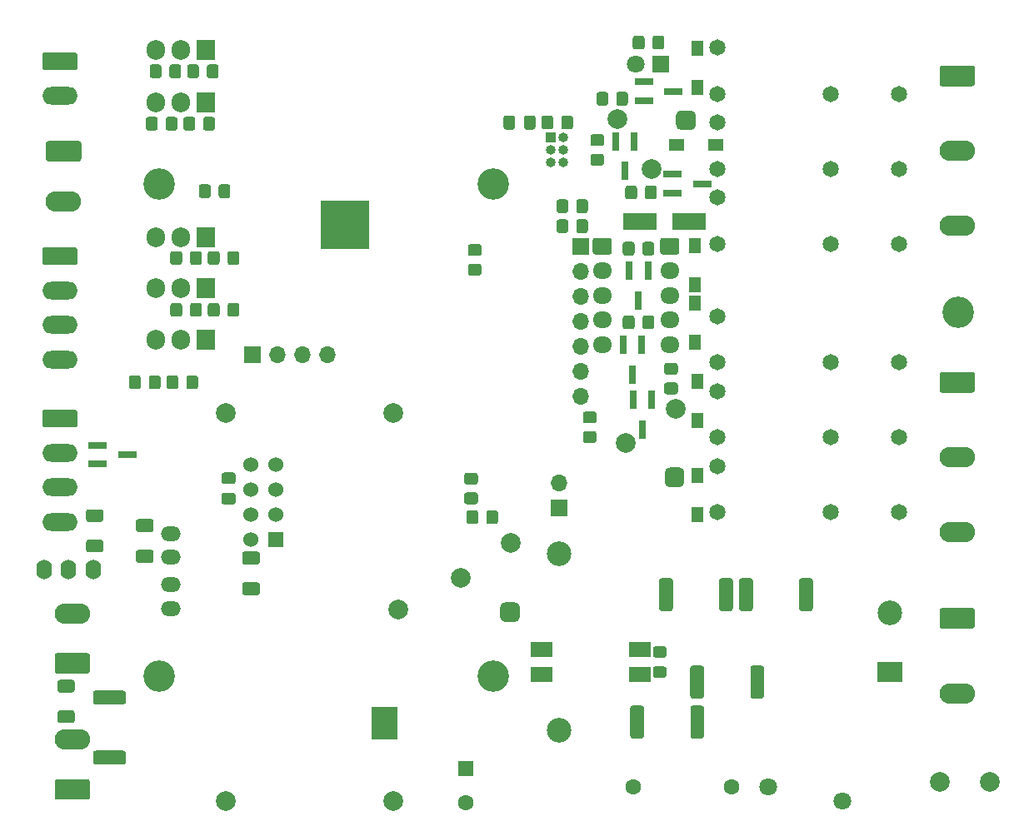
<source format=gbs>
G04 #@! TF.GenerationSoftware,KiCad,Pcbnew,(5.1.8)-1*
G04 #@! TF.CreationDate,2021-07-21T13:46:02+02:00*
G04 #@! TF.ProjectId,sensactOutdoor,73656e73-6163-4744-9f75-74646f6f722e,rev?*
G04 #@! TF.SameCoordinates,Original*
G04 #@! TF.FileFunction,Soldermask,Bot*
G04 #@! TF.FilePolarity,Negative*
%FSLAX46Y46*%
G04 Gerber Fmt 4.6, Leading zero omitted, Abs format (unit mm)*
G04 Created by KiCad (PCBNEW (5.1.8)-1) date 2021-07-21 13:46:02*
%MOMM*%
%LPD*%
G01*
G04 APERTURE LIST*
%ADD10C,1.600000*%
%ADD11R,1.600000X1.600000*%
%ADD12O,1.700000X1.700000*%
%ADD13R,1.700000X1.700000*%
%ADD14R,1.200000X1.600000*%
%ADD15R,1.600000X1.200000*%
%ADD16R,5.000000X5.000000*%
%ADD17O,3.600000X2.080000*%
%ADD18O,3.600000X1.800000*%
%ADD19O,1.000000X1.000000*%
%ADD20R,1.000000X1.000000*%
%ADD21C,2.500000*%
%ADD22R,2.500000X2.000000*%
%ADD23R,2.300000X1.500000*%
%ADD24O,1.905000X2.000000*%
%ADD25R,1.905000X2.000000*%
%ADD26O,2.000000X1.500000*%
%ADD27C,2.000000*%
%ADD28C,1.524000*%
%ADD29R,1.524000X1.524000*%
%ADD30C,1.650000*%
%ADD31R,1.900000X0.800000*%
%ADD32R,0.800000X1.900000*%
%ADD33O,1.950000X1.700000*%
%ADD34C,1.800000*%
%ADD35O,1.600000X2.000000*%
%ADD36R,3.500000X1.800000*%
%ADD37C,3.200000*%
%ADD38O,3.600000X2.100000*%
%ADD39C,0.100000*%
%ADD40R,1.800000X1.800000*%
G04 APERTURE END LIST*
D10*
X69723000Y-99893000D03*
D11*
X69723000Y-96393000D03*
D12*
X79184500Y-67373500D03*
D13*
X79184500Y-69913500D03*
G36*
G01*
X90100999Y-57169000D02*
X91001001Y-57169000D01*
G75*
G02*
X91251000Y-57418999I0J-249999D01*
G01*
X91251000Y-58119001D01*
G75*
G02*
X91001001Y-58369000I-249999J0D01*
G01*
X90100999Y-58369000D01*
G75*
G02*
X89851000Y-58119001I0J249999D01*
G01*
X89851000Y-57418999D01*
G75*
G02*
X90100999Y-57169000I249999J0D01*
G01*
G37*
G36*
G01*
X90100999Y-55169000D02*
X91001001Y-55169000D01*
G75*
G02*
X91251000Y-55418999I0J-249999D01*
G01*
X91251000Y-56119001D01*
G75*
G02*
X91001001Y-56369000I-249999J0D01*
G01*
X90100999Y-56369000D01*
G75*
G02*
X89851000Y-56119001I0J249999D01*
G01*
X89851000Y-55418999D01*
G75*
G02*
X90100999Y-55169000I249999J0D01*
G01*
G37*
D14*
X93218000Y-66580000D03*
X93218000Y-70580000D03*
X93218000Y-57055000D03*
X93218000Y-61055000D03*
X92964000Y-49054000D03*
X92964000Y-53054000D03*
X92964000Y-47212000D03*
X92964000Y-43212000D03*
D15*
X91091000Y-33020000D03*
X95091000Y-33020000D03*
D14*
X93218000Y-23146000D03*
X93218000Y-27146000D03*
D16*
X57404000Y-41148000D03*
D12*
X81407000Y-58547000D03*
X81407000Y-56007000D03*
X81407000Y-53467000D03*
X81407000Y-50927000D03*
X81407000Y-48387000D03*
X81407000Y-45847000D03*
D13*
X81407000Y-43307000D03*
G36*
G01*
X31374999Y-73150000D02*
X32625001Y-73150000D01*
G75*
G02*
X32875000Y-73399999I0J-249999D01*
G01*
X32875000Y-74200001D01*
G75*
G02*
X32625001Y-74450000I-249999J0D01*
G01*
X31374999Y-74450000D01*
G75*
G02*
X31125000Y-74200001I0J249999D01*
G01*
X31125000Y-73399999D01*
G75*
G02*
X31374999Y-73150000I249999J0D01*
G01*
G37*
G36*
G01*
X31374999Y-70050000D02*
X32625001Y-70050000D01*
G75*
G02*
X32875000Y-70299999I0J-249999D01*
G01*
X32875000Y-71100001D01*
G75*
G02*
X32625001Y-71350000I-249999J0D01*
G01*
X31374999Y-71350000D01*
G75*
G02*
X31125000Y-71100001I0J249999D01*
G01*
X31125000Y-70299999D01*
G75*
G02*
X31374999Y-70050000I249999J0D01*
G01*
G37*
D17*
X29718000Y-93472000D03*
G36*
G01*
X31268001Y-99592000D02*
X28167999Y-99592000D01*
G75*
G02*
X27918000Y-99342001I0J249999D01*
G01*
X27918000Y-97761999D01*
G75*
G02*
X28167999Y-97512000I249999J0D01*
G01*
X31268001Y-97512000D01*
G75*
G02*
X31518000Y-97761999I0J-249999D01*
G01*
X31518000Y-99342001D01*
G75*
G02*
X31268001Y-99592000I-249999J0D01*
G01*
G37*
X29718000Y-80645000D03*
G36*
G01*
X31268001Y-86765000D02*
X28167999Y-86765000D01*
G75*
G02*
X27918000Y-86515001I0J249999D01*
G01*
X27918000Y-84934999D01*
G75*
G02*
X28167999Y-84685000I249999J0D01*
G01*
X31268001Y-84685000D01*
G75*
G02*
X31518000Y-84934999I0J-249999D01*
G01*
X31518000Y-86515001D01*
G75*
G02*
X31268001Y-86765000I-249999J0D01*
G01*
G37*
X28829000Y-38735000D03*
G36*
G01*
X27278999Y-32615000D02*
X30379001Y-32615000D01*
G75*
G02*
X30629000Y-32864999I0J-249999D01*
G01*
X30629000Y-34445001D01*
G75*
G02*
X30379001Y-34695000I-249999J0D01*
G01*
X27278999Y-34695000D01*
G75*
G02*
X27029000Y-34445001I0J249999D01*
G01*
X27029000Y-32864999D01*
G75*
G02*
X27278999Y-32615000I249999J0D01*
G01*
G37*
D18*
X28448000Y-28011000D03*
G36*
G01*
X26898000Y-23611000D02*
X29998000Y-23611000D01*
G75*
G02*
X30248000Y-23861000I0J-250000D01*
G01*
X30248000Y-25161000D01*
G75*
G02*
X29998000Y-25411000I-250000J0D01*
G01*
X26898000Y-25411000D01*
G75*
G02*
X26648000Y-25161000I0J250000D01*
G01*
X26648000Y-23861000D01*
G75*
G02*
X26898000Y-23611000I250000J0D01*
G01*
G37*
D19*
X79629000Y-34798000D03*
X78359000Y-34798000D03*
X79629000Y-33528000D03*
X78359000Y-33528000D03*
X79629000Y-32258000D03*
D20*
X78359000Y-32258000D03*
D21*
X79212000Y-74566000D03*
X79212000Y-92566000D03*
X112812000Y-80566000D03*
D22*
X112812000Y-86566000D03*
D23*
X77423000Y-84328000D03*
X77423000Y-86868000D03*
X87423000Y-86868000D03*
X87423000Y-84328000D03*
G36*
G01*
X88957999Y-86039000D02*
X89858001Y-86039000D01*
G75*
G02*
X90108000Y-86288999I0J-249999D01*
G01*
X90108000Y-86939001D01*
G75*
G02*
X89858001Y-87189000I-249999J0D01*
G01*
X88957999Y-87189000D01*
G75*
G02*
X88708000Y-86939001I0J249999D01*
G01*
X88708000Y-86288999D01*
G75*
G02*
X88957999Y-86039000I249999J0D01*
G01*
G37*
G36*
G01*
X88957999Y-83989000D02*
X89858001Y-83989000D01*
G75*
G02*
X90108000Y-84238999I0J-249999D01*
G01*
X90108000Y-84889001D01*
G75*
G02*
X89858001Y-85139000I-249999J0D01*
G01*
X88957999Y-85139000D01*
G75*
G02*
X88708000Y-84889001I0J249999D01*
G01*
X88708000Y-84238999D01*
G75*
G02*
X88957999Y-83989000I249999J0D01*
G01*
G37*
G36*
G01*
X29708001Y-88698500D02*
X28457999Y-88698500D01*
G75*
G02*
X28208000Y-88448501I0J249999D01*
G01*
X28208000Y-87648499D01*
G75*
G02*
X28457999Y-87398500I249999J0D01*
G01*
X29708001Y-87398500D01*
G75*
G02*
X29958000Y-87648499I0J-249999D01*
G01*
X29958000Y-88448501D01*
G75*
G02*
X29708001Y-88698500I-249999J0D01*
G01*
G37*
G36*
G01*
X29708001Y-91798500D02*
X28457999Y-91798500D01*
G75*
G02*
X28208000Y-91548501I0J249999D01*
G01*
X28208000Y-90748499D01*
G75*
G02*
X28457999Y-90498500I249999J0D01*
G01*
X29708001Y-90498500D01*
G75*
G02*
X29958000Y-90748499I0J-249999D01*
G01*
X29958000Y-91548501D01*
G75*
G02*
X29708001Y-91798500I-249999J0D01*
G01*
G37*
G36*
G01*
X34925001Y-89900000D02*
X32074999Y-89900000D01*
G75*
G02*
X31825000Y-89650001I0J249999D01*
G01*
X31825000Y-88749999D01*
G75*
G02*
X32074999Y-88500000I249999J0D01*
G01*
X34925001Y-88500000D01*
G75*
G02*
X35175000Y-88749999I0J-249999D01*
G01*
X35175000Y-89650001D01*
G75*
G02*
X34925001Y-89900000I-249999J0D01*
G01*
G37*
G36*
G01*
X34925001Y-96000000D02*
X32074999Y-96000000D01*
G75*
G02*
X31825000Y-95750001I0J249999D01*
G01*
X31825000Y-94849999D01*
G75*
G02*
X32074999Y-94600000I249999J0D01*
G01*
X34925001Y-94600000D01*
G75*
G02*
X35175000Y-94849999I0J-249999D01*
G01*
X35175000Y-95750001D01*
G75*
G02*
X34925001Y-96000000I-249999J0D01*
G01*
G37*
D24*
X38163500Y-28702000D03*
X40703500Y-28702000D03*
D25*
X43243500Y-28702000D03*
D26*
X39751000Y-72517000D03*
X39751000Y-74957000D03*
X39751000Y-77697000D03*
X39751000Y-80137000D03*
G36*
G01*
X71062001Y-44304000D02*
X70161999Y-44304000D01*
G75*
G02*
X69912000Y-44054001I0J249999D01*
G01*
X69912000Y-43353999D01*
G75*
G02*
X70161999Y-43104000I249999J0D01*
G01*
X71062001Y-43104000D01*
G75*
G02*
X71312000Y-43353999I0J-249999D01*
G01*
X71312000Y-44054001D01*
G75*
G02*
X71062001Y-44304000I-249999J0D01*
G01*
G37*
G36*
G01*
X71062001Y-46304000D02*
X70161999Y-46304000D01*
G75*
G02*
X69912000Y-46054001I0J249999D01*
G01*
X69912000Y-45353999D01*
G75*
G02*
X70161999Y-45104000I249999J0D01*
G01*
X71062001Y-45104000D01*
G75*
G02*
X71312000Y-45353999I0J-249999D01*
G01*
X71312000Y-46054001D01*
G75*
G02*
X71062001Y-46304000I-249999J0D01*
G01*
G37*
D27*
X62348000Y-99760000D03*
X45348000Y-99760000D03*
X45348000Y-60260000D03*
X62348000Y-60260000D03*
D28*
X47879000Y-65532000D03*
X50419000Y-65532000D03*
X47879000Y-68072000D03*
X50419000Y-68072000D03*
X47879000Y-70612000D03*
X50419000Y-70612000D03*
X47879000Y-73152000D03*
D29*
X50419000Y-73152000D03*
D30*
X113750000Y-62739000D03*
X106750000Y-62739000D03*
X95250000Y-58039000D03*
X95250000Y-62739000D03*
G36*
G01*
X47228997Y-77481000D02*
X48529003Y-77481000D01*
G75*
G02*
X48779000Y-77730997I0J-249997D01*
G01*
X48779000Y-78556003D01*
G75*
G02*
X48529003Y-78806000I-249997J0D01*
G01*
X47228997Y-78806000D01*
G75*
G02*
X46979000Y-78556003I0J249997D01*
G01*
X46979000Y-77730997D01*
G75*
G02*
X47228997Y-77481000I249997J0D01*
G01*
G37*
G36*
G01*
X47228997Y-74356000D02*
X48529003Y-74356000D01*
G75*
G02*
X48779000Y-74605997I0J-249997D01*
G01*
X48779000Y-75431003D01*
G75*
G02*
X48529003Y-75681000I-249997J0D01*
G01*
X47228997Y-75681000D01*
G75*
G02*
X46979000Y-75431003I0J249997D01*
G01*
X46979000Y-74605997D01*
G75*
G02*
X47228997Y-74356000I249997J0D01*
G01*
G37*
D18*
X28448000Y-71333000D03*
X28448000Y-67833000D03*
X28448000Y-64333000D03*
G36*
G01*
X26898000Y-59933000D02*
X29998000Y-59933000D01*
G75*
G02*
X30248000Y-60183000I0J-250000D01*
G01*
X30248000Y-61483000D01*
G75*
G02*
X29998000Y-61733000I-250000J0D01*
G01*
X26898000Y-61733000D01*
G75*
G02*
X26648000Y-61483000I0J250000D01*
G01*
X26648000Y-60183000D01*
G75*
G02*
X26898000Y-59933000I250000J0D01*
G01*
G37*
D27*
X91015500Y-59809500D03*
X85915500Y-63309500D03*
G36*
G01*
X90415500Y-65809500D02*
X91415500Y-65809500D01*
G75*
G02*
X91915500Y-66309500I0J-500000D01*
G01*
X91915500Y-67309500D01*
G75*
G02*
X91415500Y-67809500I-500000J0D01*
G01*
X90415500Y-67809500D01*
G75*
G02*
X89915500Y-67309500I0J500000D01*
G01*
X89915500Y-66309500D01*
G75*
G02*
X90415500Y-65809500I500000J0D01*
G01*
G37*
D31*
X35306000Y-64516000D03*
X32306000Y-63566000D03*
X32306000Y-65466000D03*
G36*
G01*
X36433997Y-74179000D02*
X37734003Y-74179000D01*
G75*
G02*
X37984000Y-74428997I0J-249997D01*
G01*
X37984000Y-75254003D01*
G75*
G02*
X37734003Y-75504000I-249997J0D01*
G01*
X36433997Y-75504000D01*
G75*
G02*
X36184000Y-75254003I0J249997D01*
G01*
X36184000Y-74428997D01*
G75*
G02*
X36433997Y-74179000I249997J0D01*
G01*
G37*
G36*
G01*
X36433997Y-71054000D02*
X37734003Y-71054000D01*
G75*
G02*
X37984000Y-71303997I0J-249997D01*
G01*
X37984000Y-72129003D01*
G75*
G02*
X37734003Y-72379000I-249997J0D01*
G01*
X36433997Y-72379000D01*
G75*
G02*
X36184000Y-72129003I0J249997D01*
G01*
X36184000Y-71303997D01*
G75*
G02*
X36433997Y-71054000I249997J0D01*
G01*
G37*
D32*
X87630000Y-61952000D03*
X88580000Y-58952000D03*
X86680000Y-58952000D03*
D33*
X83566000Y-53307000D03*
X83566000Y-50807000D03*
X83566000Y-48307000D03*
X83566000Y-45807000D03*
G36*
G01*
X82841000Y-42457000D02*
X84291000Y-42457000D01*
G75*
G02*
X84541000Y-42707000I0J-250000D01*
G01*
X84541000Y-43907000D01*
G75*
G02*
X84291000Y-44157000I-250000J0D01*
G01*
X82841000Y-44157000D01*
G75*
G02*
X82591000Y-43907000I0J250000D01*
G01*
X82591000Y-42707000D01*
G75*
G02*
X82841000Y-42457000I250000J0D01*
G01*
G37*
G36*
G01*
X43780000Y-37268999D02*
X43780000Y-38169001D01*
G75*
G02*
X43530001Y-38419000I-249999J0D01*
G01*
X42829999Y-38419000D01*
G75*
G02*
X42580000Y-38169001I0J249999D01*
G01*
X42580000Y-37268999D01*
G75*
G02*
X42829999Y-37019000I249999J0D01*
G01*
X43530001Y-37019000D01*
G75*
G02*
X43780000Y-37268999I0J-249999D01*
G01*
G37*
G36*
G01*
X45780000Y-37268999D02*
X45780000Y-38169001D01*
G75*
G02*
X45530001Y-38419000I-249999J0D01*
G01*
X44829999Y-38419000D01*
G75*
G02*
X44580000Y-38169001I0J249999D01*
G01*
X44580000Y-37268999D01*
G75*
G02*
X44829999Y-37019000I249999J0D01*
G01*
X45530001Y-37019000D01*
G75*
G02*
X45780000Y-37268999I0J-249999D01*
G01*
G37*
D30*
X113750000Y-43053000D03*
X106750000Y-43053000D03*
X95250000Y-38353000D03*
X95250000Y-43053000D03*
D34*
X107957000Y-99698000D03*
X100457000Y-98298000D03*
D35*
X29337000Y-76200000D03*
X26837000Y-76200000D03*
X31837000Y-76200000D03*
D30*
X113750000Y-70358000D03*
X106750000Y-70358000D03*
X95250000Y-65658000D03*
X95250000Y-70358000D03*
D31*
X90781000Y-27559000D03*
X87781000Y-26609000D03*
X87781000Y-28509000D03*
D27*
X85075000Y-30400000D03*
X88575000Y-35500000D03*
G36*
G01*
X91075000Y-31000000D02*
X91075000Y-30000000D01*
G75*
G02*
X91575000Y-29500000I500000J0D01*
G01*
X92575000Y-29500000D01*
G75*
G02*
X93075000Y-30000000I0J-500000D01*
G01*
X93075000Y-31000000D01*
G75*
G02*
X92575000Y-31500000I-500000J0D01*
G01*
X91575000Y-31500000D01*
G75*
G02*
X91075000Y-31000000I0J500000D01*
G01*
G37*
X74295000Y-73518000D03*
X69195000Y-77018000D03*
G36*
G01*
X73695000Y-79518000D02*
X74695000Y-79518000D01*
G75*
G02*
X75195000Y-80018000I0J-500000D01*
G01*
X75195000Y-81018000D01*
G75*
G02*
X74695000Y-81518000I-500000J0D01*
G01*
X73695000Y-81518000D01*
G75*
G02*
X73195000Y-81018000I0J500000D01*
G01*
X73195000Y-80018000D01*
G75*
G02*
X73695000Y-79518000I500000J0D01*
G01*
G37*
D30*
X113750000Y-55118000D03*
X106750000Y-55118000D03*
X95250000Y-50418000D03*
X95250000Y-55118000D03*
X113750000Y-35433000D03*
X106750000Y-35433000D03*
X95250000Y-30733000D03*
X95250000Y-35433000D03*
X113750000Y-27813000D03*
X106750000Y-27813000D03*
X95250000Y-23113000D03*
X95250000Y-27813000D03*
G36*
G01*
X92520000Y-93119001D02*
X92520000Y-90268999D01*
G75*
G02*
X92769999Y-90019000I249999J0D01*
G01*
X93670001Y-90019000D01*
G75*
G02*
X93920000Y-90268999I0J-249999D01*
G01*
X93920000Y-93119001D01*
G75*
G02*
X93670001Y-93369000I-249999J0D01*
G01*
X92769999Y-93369000D01*
G75*
G02*
X92520000Y-93119001I0J249999D01*
G01*
G37*
G36*
G01*
X86420000Y-93119001D02*
X86420000Y-90268999D01*
G75*
G02*
X86669999Y-90019000I249999J0D01*
G01*
X87570001Y-90019000D01*
G75*
G02*
X87820000Y-90268999I0J-249999D01*
G01*
X87820000Y-93119001D01*
G75*
G02*
X87570001Y-93369000I-249999J0D01*
G01*
X86669999Y-93369000D01*
G75*
G02*
X86420000Y-93119001I0J249999D01*
G01*
G37*
G36*
G01*
X70974000Y-70415999D02*
X70974000Y-71316001D01*
G75*
G02*
X70724001Y-71566000I-249999J0D01*
G01*
X70023999Y-71566000D01*
G75*
G02*
X69774000Y-71316001I0J249999D01*
G01*
X69774000Y-70415999D01*
G75*
G02*
X70023999Y-70166000I249999J0D01*
G01*
X70724001Y-70166000D01*
G75*
G02*
X70974000Y-70415999I0J-249999D01*
G01*
G37*
G36*
G01*
X72974000Y-70415999D02*
X72974000Y-71316001D01*
G75*
G02*
X72724001Y-71566000I-249999J0D01*
G01*
X72023999Y-71566000D01*
G75*
G02*
X71774000Y-71316001I0J249999D01*
G01*
X71774000Y-70415999D01*
G75*
G02*
X72023999Y-70166000I249999J0D01*
G01*
X72724001Y-70166000D01*
G75*
G02*
X72974000Y-70415999I0J-249999D01*
G01*
G37*
G36*
G01*
X98616000Y-89055001D02*
X98616000Y-86204999D01*
G75*
G02*
X98865999Y-85955000I249999J0D01*
G01*
X99766001Y-85955000D01*
G75*
G02*
X100016000Y-86204999I0J-249999D01*
G01*
X100016000Y-89055001D01*
G75*
G02*
X99766001Y-89305000I-249999J0D01*
G01*
X98865999Y-89305000D01*
G75*
G02*
X98616000Y-89055001I0J249999D01*
G01*
G37*
G36*
G01*
X92516000Y-89055001D02*
X92516000Y-86204999D01*
G75*
G02*
X92765999Y-85955000I249999J0D01*
G01*
X93666001Y-85955000D01*
G75*
G02*
X93916000Y-86204999I0J-249999D01*
G01*
X93916000Y-89055001D01*
G75*
G02*
X93666001Y-89305000I-249999J0D01*
G01*
X92765999Y-89305000D01*
G75*
G02*
X92516000Y-89055001I0J249999D01*
G01*
G37*
G36*
G01*
X103569000Y-80165001D02*
X103569000Y-77314999D01*
G75*
G02*
X103818999Y-77065000I249999J0D01*
G01*
X104719001Y-77065000D01*
G75*
G02*
X104969000Y-77314999I0J-249999D01*
G01*
X104969000Y-80165001D01*
G75*
G02*
X104719001Y-80415000I-249999J0D01*
G01*
X103818999Y-80415000D01*
G75*
G02*
X103569000Y-80165001I0J249999D01*
G01*
G37*
G36*
G01*
X97469000Y-80165001D02*
X97469000Y-77314999D01*
G75*
G02*
X97718999Y-77065000I249999J0D01*
G01*
X98619001Y-77065000D01*
G75*
G02*
X98869000Y-77314999I0J-249999D01*
G01*
X98869000Y-80165001D01*
G75*
G02*
X98619001Y-80415000I-249999J0D01*
G01*
X97718999Y-80415000D01*
G75*
G02*
X97469000Y-80165001I0J249999D01*
G01*
G37*
G36*
G01*
X95441000Y-80165001D02*
X95441000Y-77314999D01*
G75*
G02*
X95690999Y-77065000I249999J0D01*
G01*
X96591001Y-77065000D01*
G75*
G02*
X96841000Y-77314999I0J-249999D01*
G01*
X96841000Y-80165001D01*
G75*
G02*
X96591001Y-80415000I-249999J0D01*
G01*
X95690999Y-80415000D01*
G75*
G02*
X95441000Y-80165001I0J249999D01*
G01*
G37*
G36*
G01*
X89341000Y-80165001D02*
X89341000Y-77314999D01*
G75*
G02*
X89590999Y-77065000I249999J0D01*
G01*
X90491001Y-77065000D01*
G75*
G02*
X90741000Y-77314999I0J-249999D01*
G01*
X90741000Y-80165001D01*
G75*
G02*
X90491001Y-80415000I-249999J0D01*
G01*
X89590999Y-80415000D01*
G75*
G02*
X89341000Y-80165001I0J249999D01*
G01*
G37*
D10*
X86741000Y-98298000D03*
X96741000Y-98298000D03*
G36*
G01*
X70681001Y-67545000D02*
X69780999Y-67545000D01*
G75*
G02*
X69531000Y-67295001I0J249999D01*
G01*
X69531000Y-66594999D01*
G75*
G02*
X69780999Y-66345000I249999J0D01*
G01*
X70681001Y-66345000D01*
G75*
G02*
X70931000Y-66594999I0J-249999D01*
G01*
X70931000Y-67295001D01*
G75*
G02*
X70681001Y-67545000I-249999J0D01*
G01*
G37*
G36*
G01*
X70681001Y-69545000D02*
X69780999Y-69545000D01*
G75*
G02*
X69531000Y-69295001I0J249999D01*
G01*
X69531000Y-68594999D01*
G75*
G02*
X69780999Y-68345000I249999J0D01*
G01*
X70681001Y-68345000D01*
G75*
G02*
X70931000Y-68594999I0J-249999D01*
G01*
X70931000Y-69295001D01*
G75*
G02*
X70681001Y-69545000I-249999J0D01*
G01*
G37*
D36*
X92416000Y-40767000D03*
X87416000Y-40767000D03*
D27*
X122936000Y-97790000D03*
X117856000Y-97790000D03*
D12*
X55626000Y-54356000D03*
X53086000Y-54356000D03*
X50546000Y-54356000D03*
D13*
X48006000Y-54356000D03*
D27*
X62865000Y-80264000D03*
D37*
X119761000Y-50038000D03*
D38*
X119634000Y-88773000D03*
G36*
G01*
X118083999Y-80103000D02*
X121184001Y-80103000D01*
G75*
G02*
X121434000Y-80352999I0J-249999D01*
G01*
X121434000Y-81953001D01*
G75*
G02*
X121184001Y-82203000I-249999J0D01*
G01*
X118083999Y-82203000D01*
G75*
G02*
X117834000Y-81953001I0J249999D01*
G01*
X117834000Y-80352999D01*
G75*
G02*
X118083999Y-80103000I249999J0D01*
G01*
G37*
X119634000Y-72390000D03*
X119634000Y-64770000D03*
G36*
G01*
X118083999Y-56100000D02*
X121184001Y-56100000D01*
G75*
G02*
X121434000Y-56349999I0J-249999D01*
G01*
X121434000Y-57950001D01*
G75*
G02*
X121184001Y-58200000I-249999J0D01*
G01*
X118083999Y-58200000D01*
G75*
G02*
X117834000Y-57950001I0J249999D01*
G01*
X117834000Y-56349999D01*
G75*
G02*
X118083999Y-56100000I249999J0D01*
G01*
G37*
X119634000Y-41240000D03*
X119634000Y-33620000D03*
G36*
G01*
X118083999Y-24950000D02*
X121184001Y-24950000D01*
G75*
G02*
X121434000Y-25199999I0J-249999D01*
G01*
X121434000Y-26800001D01*
G75*
G02*
X121184001Y-27050000I-249999J0D01*
G01*
X118083999Y-27050000D01*
G75*
G02*
X117834000Y-26800001I0J249999D01*
G01*
X117834000Y-25199999D01*
G75*
G02*
X118083999Y-24950000I249999J0D01*
G01*
G37*
D39*
G36*
X62768000Y-90171000D02*
G01*
X62768000Y-93471000D01*
X60168000Y-93471000D01*
X60168000Y-90171000D01*
X62768000Y-90171000D01*
G37*
G36*
G01*
X82746001Y-61322000D02*
X81845999Y-61322000D01*
G75*
G02*
X81596000Y-61072001I0J249999D01*
G01*
X81596000Y-60371999D01*
G75*
G02*
X81845999Y-60122000I249999J0D01*
G01*
X82746001Y-60122000D01*
G75*
G02*
X82996000Y-60371999I0J-249999D01*
G01*
X82996000Y-61072001D01*
G75*
G02*
X82746001Y-61322000I-249999J0D01*
G01*
G37*
G36*
G01*
X82746001Y-63322000D02*
X81845999Y-63322000D01*
G75*
G02*
X81596000Y-63072001I0J249999D01*
G01*
X81596000Y-62371999D01*
G75*
G02*
X81845999Y-62122000I249999J0D01*
G01*
X82746001Y-62122000D01*
G75*
G02*
X82996000Y-62371999I0J-249999D01*
G01*
X82996000Y-63072001D01*
G75*
G02*
X82746001Y-63322000I-249999J0D01*
G01*
G37*
G36*
G01*
X46068000Y-67495000D02*
X45118000Y-67495000D01*
G75*
G02*
X44868000Y-67245000I0J250000D01*
G01*
X44868000Y-66570000D01*
G75*
G02*
X45118000Y-66320000I250000J0D01*
G01*
X46068000Y-66320000D01*
G75*
G02*
X46318000Y-66570000I0J-250000D01*
G01*
X46318000Y-67245000D01*
G75*
G02*
X46068000Y-67495000I-250000J0D01*
G01*
G37*
G36*
G01*
X46068000Y-69570000D02*
X45118000Y-69570000D01*
G75*
G02*
X44868000Y-69320000I0J250000D01*
G01*
X44868000Y-68645000D01*
G75*
G02*
X45118000Y-68395000I250000J0D01*
G01*
X46068000Y-68395000D01*
G75*
G02*
X46318000Y-68645000I0J-250000D01*
G01*
X46318000Y-69320000D01*
G75*
G02*
X46068000Y-69570000I-250000J0D01*
G01*
G37*
G36*
G01*
X80918000Y-39693001D02*
X80918000Y-38792999D01*
G75*
G02*
X81167999Y-38543000I249999J0D01*
G01*
X81868001Y-38543000D01*
G75*
G02*
X82118000Y-38792999I0J-249999D01*
G01*
X82118000Y-39693001D01*
G75*
G02*
X81868001Y-39943000I-249999J0D01*
G01*
X81167999Y-39943000D01*
G75*
G02*
X80918000Y-39693001I0J249999D01*
G01*
G37*
G36*
G01*
X78918000Y-39693001D02*
X78918000Y-38792999D01*
G75*
G02*
X79167999Y-38543000I249999J0D01*
G01*
X79868001Y-38543000D01*
G75*
G02*
X80118000Y-38792999I0J-249999D01*
G01*
X80118000Y-39693001D01*
G75*
G02*
X79868001Y-39943000I-249999J0D01*
G01*
X79167999Y-39943000D01*
G75*
G02*
X78918000Y-39693001I0J249999D01*
G01*
G37*
G36*
G01*
X80918000Y-41725001D02*
X80918000Y-40824999D01*
G75*
G02*
X81167999Y-40575000I249999J0D01*
G01*
X81868001Y-40575000D01*
G75*
G02*
X82118000Y-40824999I0J-249999D01*
G01*
X82118000Y-41725001D01*
G75*
G02*
X81868001Y-41975000I-249999J0D01*
G01*
X81167999Y-41975000D01*
G75*
G02*
X80918000Y-41725001I0J249999D01*
G01*
G37*
G36*
G01*
X78918000Y-41725001D02*
X78918000Y-40824999D01*
G75*
G02*
X79167999Y-40575000I249999J0D01*
G01*
X79868001Y-40575000D01*
G75*
G02*
X80118000Y-40824999I0J-249999D01*
G01*
X80118000Y-41725001D01*
G75*
G02*
X79868001Y-41975000I-249999J0D01*
G01*
X79167999Y-41975000D01*
G75*
G02*
X78918000Y-41725001I0J249999D01*
G01*
G37*
G36*
G01*
X79394000Y-31184001D02*
X79394000Y-30283999D01*
G75*
G02*
X79643999Y-30034000I249999J0D01*
G01*
X80344001Y-30034000D01*
G75*
G02*
X80594000Y-30283999I0J-249999D01*
G01*
X80594000Y-31184001D01*
G75*
G02*
X80344001Y-31434000I-249999J0D01*
G01*
X79643999Y-31434000D01*
G75*
G02*
X79394000Y-31184001I0J249999D01*
G01*
G37*
G36*
G01*
X77394000Y-31184001D02*
X77394000Y-30283999D01*
G75*
G02*
X77643999Y-30034000I249999J0D01*
G01*
X78344001Y-30034000D01*
G75*
G02*
X78594000Y-30283999I0J-249999D01*
G01*
X78594000Y-31184001D01*
G75*
G02*
X78344001Y-31434000I-249999J0D01*
G01*
X77643999Y-31434000D01*
G75*
G02*
X77394000Y-31184001I0J249999D01*
G01*
G37*
G36*
G01*
X75612500Y-31209000D02*
X75612500Y-30259000D01*
G75*
G02*
X75862500Y-30009000I250000J0D01*
G01*
X76537500Y-30009000D01*
G75*
G02*
X76787500Y-30259000I0J-250000D01*
G01*
X76787500Y-31209000D01*
G75*
G02*
X76537500Y-31459000I-250000J0D01*
G01*
X75862500Y-31459000D01*
G75*
G02*
X75612500Y-31209000I0J250000D01*
G01*
G37*
G36*
G01*
X73537500Y-31209000D02*
X73537500Y-30259000D01*
G75*
G02*
X73787500Y-30009000I250000J0D01*
G01*
X74462500Y-30009000D01*
G75*
G02*
X74712500Y-30259000I0J-250000D01*
G01*
X74712500Y-31209000D01*
G75*
G02*
X74462500Y-31459000I-250000J0D01*
G01*
X73787500Y-31459000D01*
G75*
G02*
X73537500Y-31209000I0J250000D01*
G01*
G37*
G36*
G01*
X44685000Y-49333999D02*
X44685000Y-50234001D01*
G75*
G02*
X44435001Y-50484000I-249999J0D01*
G01*
X43734999Y-50484000D01*
G75*
G02*
X43485000Y-50234001I0J249999D01*
G01*
X43485000Y-49333999D01*
G75*
G02*
X43734999Y-49084000I249999J0D01*
G01*
X44435001Y-49084000D01*
G75*
G02*
X44685000Y-49333999I0J-249999D01*
G01*
G37*
G36*
G01*
X46685000Y-49333999D02*
X46685000Y-50234001D01*
G75*
G02*
X46435001Y-50484000I-249999J0D01*
G01*
X45734999Y-50484000D01*
G75*
G02*
X45485000Y-50234001I0J249999D01*
G01*
X45485000Y-49333999D01*
G75*
G02*
X45734999Y-49084000I249999J0D01*
G01*
X46435001Y-49084000D01*
G75*
G02*
X46685000Y-49333999I0J-249999D01*
G01*
G37*
G36*
G01*
X44685000Y-44063499D02*
X44685000Y-44963501D01*
G75*
G02*
X44435001Y-45213500I-249999J0D01*
G01*
X43734999Y-45213500D01*
G75*
G02*
X43485000Y-44963501I0J249999D01*
G01*
X43485000Y-44063499D01*
G75*
G02*
X43734999Y-43813500I249999J0D01*
G01*
X44435001Y-43813500D01*
G75*
G02*
X44685000Y-44063499I0J-249999D01*
G01*
G37*
G36*
G01*
X46685000Y-44063499D02*
X46685000Y-44963501D01*
G75*
G02*
X46435001Y-45213500I-249999J0D01*
G01*
X45734999Y-45213500D01*
G75*
G02*
X45485000Y-44963501I0J249999D01*
G01*
X45485000Y-44063499D01*
G75*
G02*
X45734999Y-43813500I249999J0D01*
G01*
X46435001Y-43813500D01*
G75*
G02*
X46685000Y-44063499I0J-249999D01*
G01*
G37*
D33*
X90424000Y-53307000D03*
X90424000Y-50807000D03*
X90424000Y-48307000D03*
X90424000Y-45807000D03*
G36*
G01*
X89699000Y-42457000D02*
X91149000Y-42457000D01*
G75*
G02*
X91399000Y-42707000I0J-250000D01*
G01*
X91399000Y-43907000D01*
G75*
G02*
X91149000Y-44157000I-250000J0D01*
G01*
X89699000Y-44157000D01*
G75*
G02*
X89449000Y-43907000I0J250000D01*
G01*
X89449000Y-42707000D01*
G75*
G02*
X89699000Y-42457000I250000J0D01*
G01*
G37*
G36*
G01*
X86849000Y-50603999D02*
X86849000Y-51504001D01*
G75*
G02*
X86599001Y-51754000I-249999J0D01*
G01*
X85898999Y-51754000D01*
G75*
G02*
X85649000Y-51504001I0J249999D01*
G01*
X85649000Y-50603999D01*
G75*
G02*
X85898999Y-50354000I249999J0D01*
G01*
X86599001Y-50354000D01*
G75*
G02*
X86849000Y-50603999I0J-249999D01*
G01*
G37*
G36*
G01*
X88849000Y-50603999D02*
X88849000Y-51504001D01*
G75*
G02*
X88599001Y-51754000I-249999J0D01*
G01*
X87898999Y-51754000D01*
G75*
G02*
X87649000Y-51504001I0J249999D01*
G01*
X87649000Y-50603999D01*
G75*
G02*
X87898999Y-50354000I249999J0D01*
G01*
X88599001Y-50354000D01*
G75*
G02*
X88849000Y-50603999I0J-249999D01*
G01*
G37*
D32*
X86614000Y-56364000D03*
X87564000Y-53364000D03*
X85664000Y-53364000D03*
D18*
X28448000Y-54823000D03*
X28448000Y-51323000D03*
X28448000Y-47823000D03*
G36*
G01*
X26898000Y-43423000D02*
X29998000Y-43423000D01*
G75*
G02*
X30248000Y-43673000I0J-250000D01*
G01*
X30248000Y-44973000D01*
G75*
G02*
X29998000Y-45223000I-250000J0D01*
G01*
X26898000Y-45223000D01*
G75*
G02*
X26648000Y-44973000I0J250000D01*
G01*
X26648000Y-43673000D01*
G75*
G02*
X26898000Y-43423000I250000J0D01*
G01*
G37*
D37*
X38500000Y-87000000D03*
G36*
G01*
X40875000Y-49333999D02*
X40875000Y-50234001D01*
G75*
G02*
X40625001Y-50484000I-249999J0D01*
G01*
X39924999Y-50484000D01*
G75*
G02*
X39675000Y-50234001I0J249999D01*
G01*
X39675000Y-49333999D01*
G75*
G02*
X39924999Y-49084000I249999J0D01*
G01*
X40625001Y-49084000D01*
G75*
G02*
X40875000Y-49333999I0J-249999D01*
G01*
G37*
G36*
G01*
X42875000Y-49333999D02*
X42875000Y-50234001D01*
G75*
G02*
X42625001Y-50484000I-249999J0D01*
G01*
X41924999Y-50484000D01*
G75*
G02*
X41675000Y-50234001I0J249999D01*
G01*
X41675000Y-49333999D01*
G75*
G02*
X41924999Y-49084000I249999J0D01*
G01*
X42625001Y-49084000D01*
G75*
G02*
X42875000Y-49333999I0J-249999D01*
G01*
G37*
G36*
G01*
X40875000Y-44063499D02*
X40875000Y-44963501D01*
G75*
G02*
X40625001Y-45213500I-249999J0D01*
G01*
X39924999Y-45213500D01*
G75*
G02*
X39675000Y-44963501I0J249999D01*
G01*
X39675000Y-44063499D01*
G75*
G02*
X39924999Y-43813500I249999J0D01*
G01*
X40625001Y-43813500D01*
G75*
G02*
X40875000Y-44063499I0J-249999D01*
G01*
G37*
G36*
G01*
X42875000Y-44063499D02*
X42875000Y-44963501D01*
G75*
G02*
X42625001Y-45213500I-249999J0D01*
G01*
X41924999Y-45213500D01*
G75*
G02*
X41675000Y-44963501I0J249999D01*
G01*
X41675000Y-44063499D01*
G75*
G02*
X41924999Y-43813500I249999J0D01*
G01*
X42625001Y-43813500D01*
G75*
G02*
X42875000Y-44063499I0J-249999D01*
G01*
G37*
G36*
G01*
X38398500Y-30410999D02*
X38398500Y-31311001D01*
G75*
G02*
X38148501Y-31561000I-249999J0D01*
G01*
X37448499Y-31561000D01*
G75*
G02*
X37198500Y-31311001I0J249999D01*
G01*
X37198500Y-30410999D01*
G75*
G02*
X37448499Y-30161000I249999J0D01*
G01*
X38148501Y-30161000D01*
G75*
G02*
X38398500Y-30410999I0J-249999D01*
G01*
G37*
G36*
G01*
X40398500Y-30410999D02*
X40398500Y-31311001D01*
G75*
G02*
X40148501Y-31561000I-249999J0D01*
G01*
X39448499Y-31561000D01*
G75*
G02*
X39198500Y-31311001I0J249999D01*
G01*
X39198500Y-30410999D01*
G75*
G02*
X39448499Y-30161000I249999J0D01*
G01*
X40148501Y-30161000D01*
G75*
G02*
X40398500Y-30410999I0J-249999D01*
G01*
G37*
G36*
G01*
X42208500Y-30410999D02*
X42208500Y-31311001D01*
G75*
G02*
X41958501Y-31561000I-249999J0D01*
G01*
X41258499Y-31561000D01*
G75*
G02*
X41008500Y-31311001I0J249999D01*
G01*
X41008500Y-30410999D01*
G75*
G02*
X41258499Y-30161000I249999J0D01*
G01*
X41958501Y-30161000D01*
G75*
G02*
X42208500Y-30410999I0J-249999D01*
G01*
G37*
G36*
G01*
X44208500Y-30410999D02*
X44208500Y-31311001D01*
G75*
G02*
X43958501Y-31561000I-249999J0D01*
G01*
X43258499Y-31561000D01*
G75*
G02*
X43008500Y-31311001I0J249999D01*
G01*
X43008500Y-30410999D01*
G75*
G02*
X43258499Y-30161000I249999J0D01*
G01*
X43958501Y-30161000D01*
G75*
G02*
X44208500Y-30410999I0J-249999D01*
G01*
G37*
G36*
G01*
X38779500Y-25076999D02*
X38779500Y-25977001D01*
G75*
G02*
X38529501Y-26227000I-249999J0D01*
G01*
X37829499Y-26227000D01*
G75*
G02*
X37579500Y-25977001I0J249999D01*
G01*
X37579500Y-25076999D01*
G75*
G02*
X37829499Y-24827000I249999J0D01*
G01*
X38529501Y-24827000D01*
G75*
G02*
X38779500Y-25076999I0J-249999D01*
G01*
G37*
G36*
G01*
X40779500Y-25076999D02*
X40779500Y-25977001D01*
G75*
G02*
X40529501Y-26227000I-249999J0D01*
G01*
X39829499Y-26227000D01*
G75*
G02*
X39579500Y-25977001I0J249999D01*
G01*
X39579500Y-25076999D01*
G75*
G02*
X39829499Y-24827000I249999J0D01*
G01*
X40529501Y-24827000D01*
G75*
G02*
X40779500Y-25076999I0J-249999D01*
G01*
G37*
G36*
G01*
X42589500Y-25076999D02*
X42589500Y-25977001D01*
G75*
G02*
X42339501Y-26227000I-249999J0D01*
G01*
X41639499Y-26227000D01*
G75*
G02*
X41389500Y-25977001I0J249999D01*
G01*
X41389500Y-25076999D01*
G75*
G02*
X41639499Y-24827000I249999J0D01*
G01*
X42339501Y-24827000D01*
G75*
G02*
X42589500Y-25076999I0J-249999D01*
G01*
G37*
G36*
G01*
X44589500Y-25076999D02*
X44589500Y-25977001D01*
G75*
G02*
X44339501Y-26227000I-249999J0D01*
G01*
X43639499Y-26227000D01*
G75*
G02*
X43389500Y-25977001I0J249999D01*
G01*
X43389500Y-25076999D01*
G75*
G02*
X43639499Y-24827000I249999J0D01*
G01*
X44339501Y-24827000D01*
G75*
G02*
X44589500Y-25076999I0J-249999D01*
G01*
G37*
G36*
G01*
X88665000Y-23056001D02*
X88665000Y-22155999D01*
G75*
G02*
X88914999Y-21906000I249999J0D01*
G01*
X89615001Y-21906000D01*
G75*
G02*
X89865000Y-22155999I0J-249999D01*
G01*
X89865000Y-23056001D01*
G75*
G02*
X89615001Y-23306000I-249999J0D01*
G01*
X88914999Y-23306000D01*
G75*
G02*
X88665000Y-23056001I0J249999D01*
G01*
G37*
G36*
G01*
X86665000Y-23056001D02*
X86665000Y-22155999D01*
G75*
G02*
X86914999Y-21906000I249999J0D01*
G01*
X87615001Y-21906000D01*
G75*
G02*
X87865000Y-22155999I0J-249999D01*
G01*
X87865000Y-23056001D01*
G75*
G02*
X87615001Y-23306000I-249999J0D01*
G01*
X86914999Y-23306000D01*
G75*
G02*
X86665000Y-23056001I0J249999D01*
G01*
G37*
G36*
G01*
X36684000Y-56699999D02*
X36684000Y-57600001D01*
G75*
G02*
X36434001Y-57850000I-249999J0D01*
G01*
X35733999Y-57850000D01*
G75*
G02*
X35484000Y-57600001I0J249999D01*
G01*
X35484000Y-56699999D01*
G75*
G02*
X35733999Y-56450000I249999J0D01*
G01*
X36434001Y-56450000D01*
G75*
G02*
X36684000Y-56699999I0J-249999D01*
G01*
G37*
G36*
G01*
X38684000Y-56699999D02*
X38684000Y-57600001D01*
G75*
G02*
X38434001Y-57850000I-249999J0D01*
G01*
X37733999Y-57850000D01*
G75*
G02*
X37484000Y-57600001I0J249999D01*
G01*
X37484000Y-56699999D01*
G75*
G02*
X37733999Y-56450000I249999J0D01*
G01*
X38434001Y-56450000D01*
G75*
G02*
X38684000Y-56699999I0J-249999D01*
G01*
G37*
G36*
G01*
X40494000Y-56699999D02*
X40494000Y-57600001D01*
G75*
G02*
X40244001Y-57850000I-249999J0D01*
G01*
X39543999Y-57850000D01*
G75*
G02*
X39294000Y-57600001I0J249999D01*
G01*
X39294000Y-56699999D01*
G75*
G02*
X39543999Y-56450000I249999J0D01*
G01*
X40244001Y-56450000D01*
G75*
G02*
X40494000Y-56699999I0J-249999D01*
G01*
G37*
G36*
G01*
X42494000Y-56699999D02*
X42494000Y-57600001D01*
G75*
G02*
X42244001Y-57850000I-249999J0D01*
G01*
X41543999Y-57850000D01*
G75*
G02*
X41294000Y-57600001I0J249999D01*
G01*
X41294000Y-56699999D01*
G75*
G02*
X41543999Y-56450000I249999J0D01*
G01*
X42244001Y-56450000D01*
G75*
G02*
X42494000Y-56699999I0J-249999D01*
G01*
G37*
G36*
G01*
X86849000Y-43110999D02*
X86849000Y-44011001D01*
G75*
G02*
X86599001Y-44261000I-249999J0D01*
G01*
X85898999Y-44261000D01*
G75*
G02*
X85649000Y-44011001I0J249999D01*
G01*
X85649000Y-43110999D01*
G75*
G02*
X85898999Y-42861000I249999J0D01*
G01*
X86599001Y-42861000D01*
G75*
G02*
X86849000Y-43110999I0J-249999D01*
G01*
G37*
G36*
G01*
X88849000Y-43110999D02*
X88849000Y-44011001D01*
G75*
G02*
X88599001Y-44261000I-249999J0D01*
G01*
X87898999Y-44261000D01*
G75*
G02*
X87649000Y-44011001I0J249999D01*
G01*
X87649000Y-43110999D01*
G75*
G02*
X87898999Y-42861000I249999J0D01*
G01*
X88599001Y-42861000D01*
G75*
G02*
X88849000Y-43110999I0J-249999D01*
G01*
G37*
G36*
G01*
X87903000Y-38296001D02*
X87903000Y-37395999D01*
G75*
G02*
X88152999Y-37146000I249999J0D01*
G01*
X88853001Y-37146000D01*
G75*
G02*
X89103000Y-37395999I0J-249999D01*
G01*
X89103000Y-38296001D01*
G75*
G02*
X88853001Y-38546000I-249999J0D01*
G01*
X88152999Y-38546000D01*
G75*
G02*
X87903000Y-38296001I0J249999D01*
G01*
G37*
G36*
G01*
X85903000Y-38296001D02*
X85903000Y-37395999D01*
G75*
G02*
X86152999Y-37146000I249999J0D01*
G01*
X86853001Y-37146000D01*
G75*
G02*
X87103000Y-37395999I0J-249999D01*
G01*
X87103000Y-38296001D01*
G75*
G02*
X86853001Y-38546000I-249999J0D01*
G01*
X86152999Y-38546000D01*
G75*
G02*
X85903000Y-38296001I0J249999D01*
G01*
G37*
G36*
G01*
X82607999Y-33928000D02*
X83508001Y-33928000D01*
G75*
G02*
X83758000Y-34177999I0J-249999D01*
G01*
X83758000Y-34878001D01*
G75*
G02*
X83508001Y-35128000I-249999J0D01*
G01*
X82607999Y-35128000D01*
G75*
G02*
X82358000Y-34878001I0J249999D01*
G01*
X82358000Y-34177999D01*
G75*
G02*
X82607999Y-33928000I249999J0D01*
G01*
G37*
G36*
G01*
X82607999Y-31928000D02*
X83508001Y-31928000D01*
G75*
G02*
X83758000Y-32177999I0J-249999D01*
G01*
X83758000Y-32878001D01*
G75*
G02*
X83508001Y-33128000I-249999J0D01*
G01*
X82607999Y-33128000D01*
G75*
G02*
X82358000Y-32878001I0J249999D01*
G01*
X82358000Y-32177999D01*
G75*
G02*
X82607999Y-31928000I249999J0D01*
G01*
G37*
G36*
G01*
X84982000Y-28771001D02*
X84982000Y-27870999D01*
G75*
G02*
X85231999Y-27621000I249999J0D01*
G01*
X85932001Y-27621000D01*
G75*
G02*
X86182000Y-27870999I0J-249999D01*
G01*
X86182000Y-28771001D01*
G75*
G02*
X85932001Y-29021000I-249999J0D01*
G01*
X85231999Y-29021000D01*
G75*
G02*
X84982000Y-28771001I0J249999D01*
G01*
G37*
G36*
G01*
X82982000Y-28771001D02*
X82982000Y-27870999D01*
G75*
G02*
X83231999Y-27621000I249999J0D01*
G01*
X83932001Y-27621000D01*
G75*
G02*
X84182000Y-27870999I0J-249999D01*
G01*
X84182000Y-28771001D01*
G75*
G02*
X83932001Y-29021000I-249999J0D01*
G01*
X83231999Y-29021000D01*
G75*
G02*
X82982000Y-28771001I0J249999D01*
G01*
G37*
D32*
X87249000Y-48807500D03*
X88199000Y-45807500D03*
X86299000Y-45807500D03*
D31*
X93702000Y-36957000D03*
X90702000Y-36007000D03*
X90702000Y-37907000D03*
D32*
X85852000Y-35663000D03*
X86802000Y-32663000D03*
X84902000Y-32663000D03*
D34*
X86995000Y-24765000D03*
D40*
X89535000Y-24765000D03*
D37*
X72500000Y-87000000D03*
D24*
X38163500Y-42367200D03*
X40703500Y-42367200D03*
D25*
X43243500Y-42367200D03*
D24*
X38163500Y-47599600D03*
X40703500Y-47599600D03*
D25*
X43243500Y-47599600D03*
D24*
X38163500Y-23368000D03*
X40703500Y-23368000D03*
D25*
X43243500Y-23368000D03*
D24*
X38163500Y-52832000D03*
X40703500Y-52832000D03*
D25*
X43243500Y-52832000D03*
D37*
X38500000Y-37000000D03*
X72500000Y-37000000D03*
M02*

</source>
